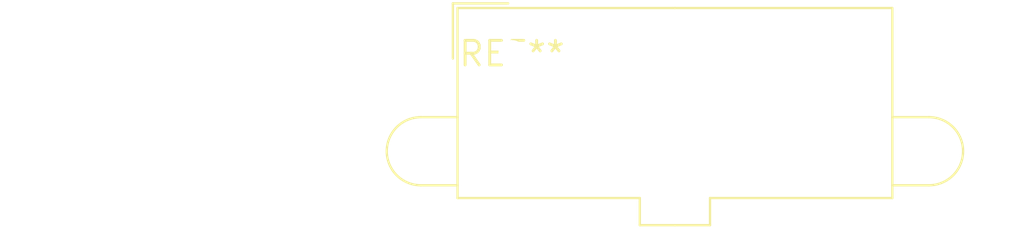
<source format=kicad_pcb>
(kicad_pcb (version 20240108) (generator pcbnew)
  (layers (0 "F.Cu" signal) (31 "B.Cu" signal) (34 "B.Paste" user) (35 "F.Paste" user) (36 "B.SilkS" user "B.Silkscreen") (37 "F.SilkS" user "F.Silkscreen") (38 "B.Mask" user) (39 "F.Mask" user) (44 "Edge.Cuts" user))
  (net 0 "")
  (footprint "Molex_Mini-Fit_Jr_5566-10A2_2x05_P4.20mm_Vertical" (layer "F.Cu") (at 0 0)
    (property "Reference" "REF**")
    (property "Value" "Molex_Mini-Fit_Jr_5566-10A2_2x05_P4.20mm_Vertical")
    (fp_line (start -4.7 3.28) (end -2.81 3.28) (layer "F.SilkS") (stroke (width 0.12)))
    (fp_line (start -4.7 6.8) (end -2.81 6.8) (layer "F.SilkS") (stroke (width 0.12)))
    (fp_line (start -3.05 -2.6) (end -3.05 0.25) (layer "F.SilkS") (stroke (width 0.12)))
    (fp_line (start -2.81 -2.36) (end -2.81 7.46) (layer "F.SilkS") (stroke (width 0.12)))
    (fp_line (start -2.81 7.46) (end 6.59 7.46) (layer "F.SilkS") (stroke (width 0.12)))
    (fp_line (start -0.2 -2.6) (end -3.05 -2.6) (layer "F.SilkS") (stroke (width 0.12)))
    (fp_line (start 6.59 7.46) (end 6.59 8.86) (layer "F.SilkS") (stroke (width 0.12)))
    (fp_line (start 6.59 8.86) (end 8.4 8.86) (layer "F.SilkS") (stroke (width 0.12)))
    (fp_line (start 8.4 -2.36) (end -2.81 -2.36) (layer "F.SilkS") (stroke (width 0.12)))
    (fp_line (start 8.4 -2.36) (end 19.61 -2.36) (layer "F.SilkS") (stroke (width 0.12)))
    (fp_line (start 10.21 7.46) (end 10.21 8.86) (layer "F.SilkS") (stroke (width 0.12)))
    (fp_line (start 10.21 8.86) (end 8.4 8.86) (layer "F.SilkS") (stroke (width 0.12)))
    (fp_line (start 19.61 -2.36) (end 19.61 7.46) (layer "F.SilkS") (stroke (width 0.12)))
    (fp_line (start 19.61 7.46) (end 10.21 7.46) (layer "F.SilkS") (stroke (width 0.12)))
    (fp_line (start 21.5 3.28) (end 19.61 3.28) (layer "F.SilkS") (stroke (width 0.12)))
    (fp_line (start 21.5 6.8) (end 19.61 6.8) (layer "F.SilkS") (stroke (width 0.12)))
    (fp_arc (start -4.7 6.8) (mid -6.46 5.04) (end -4.7 3.28) (layer "F.SilkS") (stroke (width 0.12)))
    (fp_arc (start 21.5 3.28) (mid 23.26 5.04) (end 21.5 6.8) (layer "F.SilkS") (stroke (width 0.12)))
    (pad "" np_thru_hole circle (at -4.7 5.04) (size 3 3) (drill 3) (layers *.Cu *.Mask))
    (pad "" np_thru_hole circle (at 21.5 5.04) (size 3 3) (drill 3) (layers *.Cu *.Mask))
    (pad "1" thru_hole roundrect (at 0 0) (size 2.7 3.3) (drill 1.4) (layers *.Cu *.Mask) (remove_unused_layers) (roundrect_rratio 0.092593))
    (pad "2" thru_hole oval (at 4.2 0) (size 2.7 3.3) (drill 1.4) (layers *.Cu *.Mask) (remove_unused_layers))
    (pad "3" thru_hole oval (at 8.4 0) (size 2.7 3.3) (drill 1.4) (layers *.Cu *.Mask) (remove_unused_layers))
    (pad "4" thru_hole oval (at 12.6 0) (size 2.7 3.3) (drill 1.4) (layers *.Cu *.Mask) (remove_unused_layers))
    (pad "5" thru_hole oval (at 16.8 0) (size 2.7 3.3) (drill 1.4) (layers *.Cu *.Mask) (remove_unused_layers))
    (pad "6" thru_hole oval (at 0 5.5) (size 2.7 3.3) (drill 1.4) (layers *.Cu *.Mask) (remove_unused_layers))
    (pad "7" thru_hole oval (at 4.2 5.5) (size 2.7 3.3) (drill 1.4) (layers *.Cu *.Mask) (remove_unused_layers))
    (pad "8" thru_hole oval (at 8.4 5.5) (size 2.7 3.3) (drill 1.4) (layers *.Cu *.Mask) (remove_unused_layers))
    (pad "9" thru_hole oval (at 12.6 5.5) (size 2.7 3.3) (drill 1.4) (layers *.Cu *.Mask) (remove_unused_layers))
    (pad "10" thru_hole oval (at 16.8 5.5) (size 2.7 3.3) (drill 1.4) (layers *.Cu *.Mask) (remove_unused_layers))
  )
)
</source>
